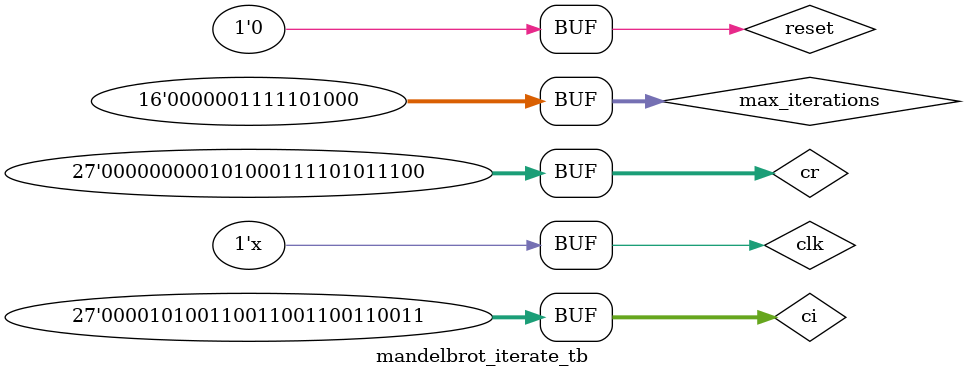
<source format=v>
`timescale 1ps / 1ps

module mandelbrot_iterate_tb;

// Inputs
reg signed [26:0] ci, cr;
reg [15:0] max_iterations;
reg clk;
reg reset;

// Outputs
wire [15:0] iterations;

// Instantiate the Unit Under Test (UUT)
mandelbrot_iterate uut (
    .ci(ci), 
    .cr(cr), 
    .max_iterations(max_iterations), 
    .iterations(iterations), 
    .clk(clk), 
    .reset(reset)
);

initial begin
    // Initialize Inputs
    ci = 0;
    cr = 0;
    max_iterations = 15'd1000;
    clk = 0;
    reset=0;
    #100
    reset = 1;

    // Wait 100 ns for global reset to finish
    #100;
    reset = 0; // Release reset
    #10;
    
    // Test Case 1: Simple scenario
    ci = 27'd5452595; // 4.23 fixed point representation
    cr = 27'd167772; // 4.23 fixed point representation
    max_iterations = 15'd1000;
    
    // Wait for the test case to complete
    #10;
    
    // Add more test cases as needed
    // Test Case 2, Test Case 3, etc.
    
end

// Clock generation
always #5 clk = ~clk; // Generate a clock with period 10ns

endmodule


</source>
